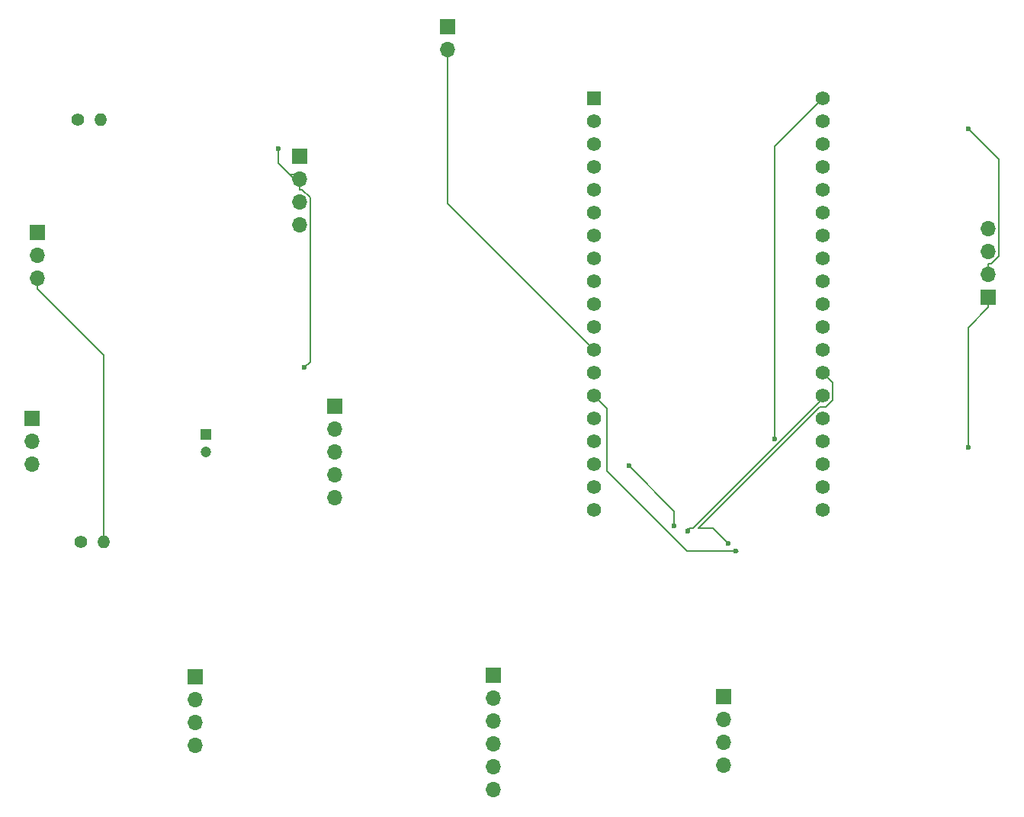
<source format=gbr>
%TF.GenerationSoftware,KiCad,Pcbnew,8.0.8*%
%TF.CreationDate,2025-04-28T03:19:26-05:00*%
%TF.ProjectId,TBA_PCB,5442415f-5043-4422-9e6b-696361645f70,rev?*%
%TF.SameCoordinates,Original*%
%TF.FileFunction,Copper,L2,Bot*%
%TF.FilePolarity,Positive*%
%FSLAX46Y46*%
G04 Gerber Fmt 4.6, Leading zero omitted, Abs format (unit mm)*
G04 Created by KiCad (PCBNEW 8.0.8) date 2025-04-28 03:19:26*
%MOMM*%
%LPD*%
G01*
G04 APERTURE LIST*
%TA.AperFunction,ComponentPad*%
%ADD10R,1.700000X1.700000*%
%TD*%
%TA.AperFunction,ComponentPad*%
%ADD11O,1.700000X1.700000*%
%TD*%
%TA.AperFunction,ComponentPad*%
%ADD12R,1.200000X1.200000*%
%TD*%
%TA.AperFunction,ComponentPad*%
%ADD13C,1.200000*%
%TD*%
%TA.AperFunction,ComponentPad*%
%ADD14C,1.400000*%
%TD*%
%TA.AperFunction,ComponentPad*%
%ADD15O,1.400000X1.400000*%
%TD*%
%TA.AperFunction,ComponentPad*%
%ADD16C,1.560000*%
%TD*%
%TA.AperFunction,ComponentPad*%
%ADD17R,1.560000X1.560000*%
%TD*%
%TA.AperFunction,ViaPad*%
%ADD18C,0.600000*%
%TD*%
%TA.AperFunction,Conductor*%
%ADD19C,0.200000*%
%TD*%
G04 APERTURE END LIST*
D10*
%TO.P,J8,1,Pin_1*%
%TO.N,E+*%
X113000000Y-134560000D03*
D11*
%TO.P,J8,2,Pin_2*%
%TO.N,E-*%
X113000000Y-137100000D03*
%TO.P,J8,3,Pin_3*%
%TO.N,A-*%
X113000000Y-139640000D03*
%TO.P,J8,4,Pin_4*%
%TO.N,A+*%
X113000000Y-142180000D03*
%TO.P,J8,5,Pin_5*%
%TO.N,unconnected-(J8-Pin_5-Pad5)*%
X113000000Y-144720000D03*
%TO.P,J8,6,Pin_6*%
%TO.N,unconnected-(J8-Pin_6-Pad6)*%
X113000000Y-147260000D03*
%TD*%
D10*
%TO.P,J2,1,Pin_1*%
%TO.N,OUT+*%
X168000000Y-92500000D03*
D11*
%TO.P,J2,2,Pin_2*%
%TO.N,OUT-*%
X168000000Y-89960000D03*
%TO.P,J2,3,Pin_3*%
%TO.N,SDA*%
X168000000Y-87420000D03*
%TO.P,J2,4,Pin_4*%
%TO.N,SCL*%
X168000000Y-84880000D03*
%TD*%
D10*
%TO.P,J5,1,Pin_1*%
%TO.N,Net-(J5-Pin_1)*%
X107900000Y-62500000D03*
D11*
%TO.P,J5,2,Pin_2*%
%TO.N,LED*%
X107900000Y-65040000D03*
%TD*%
D12*
%TO.P,C1,1*%
%TO.N,Bat+*%
X81100000Y-107727400D03*
D13*
%TO.P,C1,2*%
%TO.N,Bat-*%
X81100000Y-109727400D03*
%TD*%
D14*
%TO.P,R2,1*%
%TO.N,GND*%
X66880000Y-72800000D03*
D15*
%TO.P,R2,2*%
%TO.N,Net-(J5-Pin_1)*%
X69420000Y-72800000D03*
%TD*%
D10*
%TO.P,J4,1,Pin_1*%
%TO.N,E+*%
X79900000Y-134700000D03*
D11*
%TO.P,J4,2,Pin_2*%
%TO.N,E-*%
X79900000Y-137240000D03*
%TO.P,J4,3,Pin_3*%
%TO.N,A-*%
X79900000Y-139780000D03*
%TO.P,J4,4,Pin_4*%
%TO.N,A+*%
X79900000Y-142320000D03*
%TD*%
D14*
%TO.P,R1,1*%
%TO.N,OUT-*%
X67200000Y-119740000D03*
D15*
%TO.P,R1,2*%
%TO.N,Net-(J7-Pin_3)*%
X69740000Y-119740000D03*
%TD*%
D10*
%TO.P,J1,1,Pin_1*%
%TO.N,3P3V*%
X91500000Y-76860000D03*
D11*
%TO.P,J1,2,Pin_2*%
%TO.N,GND*%
X91500000Y-79400000D03*
%TO.P,J1,3,Pin_3*%
%TO.N,ENA*%
X91500000Y-81940000D03*
%TO.P,J1,4,Pin_4*%
%TO.N,ENB*%
X91500000Y-84480000D03*
%TD*%
D10*
%TO.P,J3,1,Pin_1*%
%TO.N,EN*%
X95400000Y-104660000D03*
D11*
%TO.P,J3,2,Pin_2*%
%TO.N,Bat+*%
X95400000Y-107200000D03*
%TO.P,J3,3,Pin_3*%
%TO.N,Bat-*%
X95400000Y-109740000D03*
%TO.P,J3,4,Pin_4*%
%TO.N,OUT-*%
X95400000Y-112280000D03*
%TO.P,J3,5,Pin_5*%
%TO.N,OUT+*%
X95400000Y-114820000D03*
%TD*%
D10*
%TO.P,J6,1,Pin_1*%
%TO.N,Bat+*%
X61800000Y-106020000D03*
D11*
%TO.P,J6,2,Pin_2*%
%TO.N,unconnected-(J6-Pin_2-Pad2)*%
X61800000Y-108560000D03*
%TO.P,J6,3,Pin_3*%
%TO.N,Bat-*%
X61800000Y-111100000D03*
%TD*%
D10*
%TO.P,J7,1,Pin_1*%
%TO.N,3P3V*%
X62400000Y-85360000D03*
D11*
%TO.P,J7,2,Pin_2*%
%TO.N,BTN*%
X62400000Y-87900000D03*
%TO.P,J7,3,Pin_3*%
%TO.N,Net-(J7-Pin_3)*%
X62400000Y-90440000D03*
%TD*%
D10*
%TO.P,J9,1,Pin_1*%
%TO.N,3P3V*%
X138600000Y-136900000D03*
D11*
%TO.P,J9,2,Pin_2*%
%TO.N,SCK*%
X138600000Y-139440000D03*
%TO.P,J9,3,Pin_3*%
%TO.N,DT*%
X138600000Y-141980000D03*
%TO.P,J9,4,Pin_4*%
%TO.N,GND*%
X138600000Y-144520000D03*
%TD*%
D16*
%TO.P,U1,J3-19,CLK*%
%TO.N,unconnected-(U1-CLK-PadJ3-19)*%
X149600000Y-116160000D03*
%TO.P,U1,J3-18,SD0*%
%TO.N,unconnected-(U1-SD0-PadJ3-18)*%
X149600000Y-113620000D03*
%TO.P,U1,J3-17,SD1*%
%TO.N,unconnected-(U1-SD1-PadJ3-17)*%
X149600000Y-111080000D03*
%TO.P,U1,J3-16,IO15*%
%TO.N,unconnected-(U1-IO15-PadJ3-16)*%
X149600000Y-108540000D03*
%TO.P,U1,J3-15,IO2*%
%TO.N,unconnected-(U1-IO2-PadJ3-15)*%
X149600000Y-106000000D03*
%TO.P,U1,J3-14,IO0*%
%TO.N,SCK*%
X149600000Y-103460000D03*
%TO.P,U1,J3-13,IO4*%
%TO.N,DT*%
X149600000Y-100920000D03*
%TO.P,U1,J3-12,IO16*%
%TO.N,unconnected-(U1-IO16-PadJ3-12)*%
X149600000Y-98380000D03*
%TO.P,U1,J3-11,IO17*%
%TO.N,unconnected-(U1-IO17-PadJ3-11)*%
X149600000Y-95840000D03*
%TO.P,U1,J3-10,IO5*%
%TO.N,unconnected-(U1-IO5-PadJ3-10)*%
X149600000Y-93300000D03*
%TO.P,U1,J3-9,IO18*%
%TO.N,unconnected-(U1-IO18-PadJ3-9)*%
X149600000Y-90760000D03*
%TO.P,U1,J3-8,IO19*%
%TO.N,unconnected-(U1-IO19-PadJ3-8)*%
X149600000Y-88220000D03*
%TO.P,U1,J3-7,GND2*%
%TO.N,unconnected-(U1-GND2-PadJ3-7)*%
X149600000Y-85680000D03*
%TO.P,U1,J3-6,IO21*%
%TO.N,unconnected-(U1-IO21-PadJ3-6)*%
X149600000Y-83140000D03*
%TO.P,U1,J3-5,RXD0*%
%TO.N,unconnected-(U1-RXD0-PadJ3-5)*%
X149600000Y-80600000D03*
%TO.P,U1,J3-4,TXD0*%
%TO.N,unconnected-(U1-TXD0-PadJ3-4)*%
X149600000Y-78060000D03*
%TO.P,U1,J3-3,IO22*%
%TO.N,unconnected-(U1-IO22-PadJ3-3)*%
X149600000Y-75520000D03*
%TO.P,U1,J3-2,IO23*%
%TO.N,unconnected-(U1-IO23-PadJ3-2)*%
X149600000Y-72980000D03*
%TO.P,U1,J3-1,GND3*%
%TO.N,OUT-*%
X149600000Y-70440000D03*
%TO.P,U1,J2-19,EXT_5V*%
%TO.N,OUT+*%
X124200000Y-116160000D03*
%TO.P,U1,J2-18,CMD*%
%TO.N,unconnected-(U1-CMD-PadJ2-18)*%
X124200000Y-113620000D03*
%TO.P,U1,J2-17,SD3*%
%TO.N,unconnected-(U1-SD3-PadJ2-17)*%
X124200000Y-111080000D03*
%TO.P,U1,J2-16,SD2*%
%TO.N,unconnected-(U1-SD2-PadJ2-16)*%
X124200000Y-108540000D03*
%TO.P,U1,J2-15,IO13*%
%TO.N,unconnected-(U1-IO13-PadJ2-15)*%
X124200000Y-106000000D03*
%TO.P,U1,J2-14,GND1*%
%TO.N,GND*%
X124200000Y-103460000D03*
%TO.P,U1,J2-13,IO12*%
%TO.N,unconnected-(U1-IO12-PadJ2-13)*%
X124200000Y-100920000D03*
%TO.P,U1,J2-12,IO14*%
%TO.N,LED*%
X124200000Y-98380000D03*
%TO.P,U1,J2-11,IO27*%
%TO.N,unconnected-(U1-IO27-PadJ2-11)*%
X124200000Y-95840000D03*
%TO.P,U1,J2-10,IO26*%
%TO.N,unconnected-(U1-IO26-PadJ2-10)*%
X124200000Y-93300000D03*
%TO.P,U1,J2-9,IO25*%
%TO.N,unconnected-(U1-IO25-PadJ2-9)*%
X124200000Y-90760000D03*
%TO.P,U1,J2-8,IO33*%
%TO.N,ENB*%
X124200000Y-88220000D03*
%TO.P,U1,J2-7,IO32*%
%TO.N,ENA*%
X124200000Y-85680000D03*
%TO.P,U1,J2-6,IO35*%
%TO.N,unconnected-(U1-IO35-PadJ2-6)*%
X124200000Y-83140000D03*
%TO.P,U1,J2-5,IO34*%
%TO.N,unconnected-(U1-IO34-PadJ2-5)*%
X124200000Y-80600000D03*
%TO.P,U1,J2-4,SENSOR_VN*%
%TO.N,unconnected-(U1-SENSOR_VN-PadJ2-4)*%
X124200000Y-78060000D03*
%TO.P,U1,J2-3,SENSOR_VP*%
%TO.N,BTN*%
X124200000Y-75520000D03*
%TO.P,U1,J2-2,EN*%
%TO.N,unconnected-(U1-EN-PadJ2-2)*%
X124200000Y-72980000D03*
D17*
%TO.P,U1,J2-1,3V3*%
%TO.N,3P3V*%
X124200000Y-70440000D03*
%TD*%
D18*
%TO.N,OUT-*%
X144234000Y-108299000D03*
X165767000Y-73818100D03*
%TO.N,OUT+*%
X165767000Y-109195000D03*
%TO.N,GND*%
X92064200Y-100351000D03*
X89116100Y-76026100D03*
%TO.N,3P3V*%
X128092200Y-111266800D03*
%TO.N,DT*%
X139101000Y-119884000D03*
%TO.N,SCK*%
X134607900Y-118484500D03*
%TO.N,3P3V*%
X133106400Y-117907600D03*
%TO.N,GND*%
X139924600Y-120707600D03*
%TD*%
D19*
%TO.N,SCK*%
X149600000Y-103784000D02*
X149600000Y-103460000D01*
X137822200Y-115561800D02*
X149600000Y-103784000D01*
X134899100Y-118193300D02*
X135190700Y-118193300D01*
X134607900Y-118484500D02*
X134899100Y-118193300D01*
X135190700Y-118193300D02*
X137822200Y-115561800D01*
X134607900Y-118484500D02*
X134607900Y-118193300D01*
X134607900Y-118193300D02*
X134607900Y-118484500D01*
%TO.N,DT*%
X149600000Y-100920000D02*
X150682000Y-102002000D01*
X150682000Y-103949000D02*
X149901000Y-104730000D01*
X149901000Y-104730000D02*
X149287000Y-104730000D01*
X150682000Y-102002000D02*
X150682000Y-103949000D01*
X149287000Y-104730000D02*
X136426000Y-117591000D01*
X135814000Y-118203000D02*
X137420000Y-118203000D01*
X136426000Y-117591000D02*
X135814000Y-118203000D01*
%TO.N,Net-(J7-Pin_3)*%
X62400000Y-91591700D02*
X62400000Y-90440000D01*
X69740000Y-98931700D02*
X62400000Y-91591700D01*
X69740000Y-119740000D02*
X69740000Y-98931700D01*
%TO.N,LED*%
X107900000Y-82080000D02*
X124200000Y-98380000D01*
X107900000Y-65040000D02*
X107900000Y-82080000D01*
%TO.N,OUT-*%
X169159000Y-77210000D02*
X165767000Y-73818100D01*
X169159000Y-87937600D02*
X169159000Y-77210000D01*
X168288000Y-88808300D02*
X169159000Y-87937600D01*
X168000000Y-88808300D02*
X168288000Y-88808300D01*
X168000000Y-89960000D02*
X168000000Y-88808300D01*
X144234000Y-75806100D02*
X144234000Y-108299000D01*
X149600000Y-70440000D02*
X144234000Y-75806100D01*
%TO.N,OUT+*%
X168000000Y-93651700D02*
X165767000Y-95885000D01*
X168000000Y-92500000D02*
X168000000Y-93651700D01*
X165767000Y-95885000D02*
X165767000Y-109195000D01*
%TO.N,GND*%
X91500000Y-79400000D02*
X91500000Y-80551700D01*
X92668900Y-99746300D02*
X92064200Y-100351000D01*
X91787900Y-80551700D02*
X92668900Y-81432700D01*
X90417100Y-78892900D02*
X89116100Y-77591900D01*
X90992900Y-78892900D02*
X91500000Y-79400000D01*
X89116100Y-77591900D02*
X89116100Y-76026100D01*
X90417100Y-78892900D02*
X90992900Y-78892900D01*
X91500000Y-80551700D02*
X91787900Y-80551700D01*
X91500000Y-79975800D02*
X90417100Y-78892900D01*
X92668900Y-81432700D02*
X92668900Y-99746300D01*
%TO.N,3P3V*%
X133106400Y-117907600D02*
X133106400Y-117875600D01*
X133106400Y-117875600D02*
X133106400Y-117907600D01*
%TO.N,DT*%
X137420000Y-118203000D02*
X139101000Y-119884000D01*
%TO.N,GND*%
X134507400Y-120707600D02*
X139924600Y-120707600D01*
%TO.N,3P3V*%
X133106400Y-117907600D02*
X133106400Y-116281000D01*
X133106400Y-116281000D02*
X128092200Y-111266800D01*
%TO.N,GND*%
X125660000Y-111860200D02*
X134507400Y-120707600D01*
X125660000Y-104920000D02*
X125370000Y-104630000D01*
X125660000Y-104920000D02*
X125660000Y-111860200D01*
X125370000Y-104630000D02*
X124200000Y-103460000D01*
X140208600Y-120707600D02*
X139924600Y-120707600D01*
X139924600Y-120707600D02*
X140208600Y-120707600D01*
%TD*%
M02*

</source>
